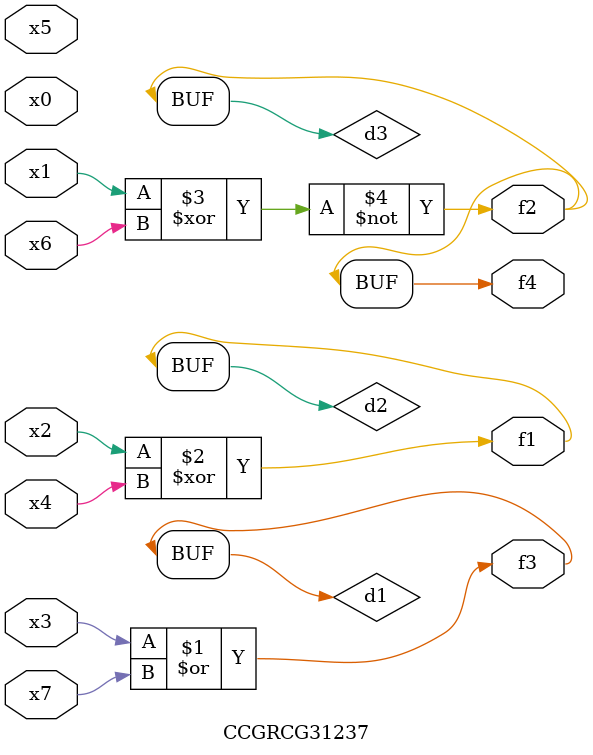
<source format=v>
module CCGRCG31237(
	input x0, x1, x2, x3, x4, x5, x6, x7,
	output f1, f2, f3, f4
);

	wire d1, d2, d3;

	or (d1, x3, x7);
	xor (d2, x2, x4);
	xnor (d3, x1, x6);
	assign f1 = d2;
	assign f2 = d3;
	assign f3 = d1;
	assign f4 = d3;
endmodule

</source>
